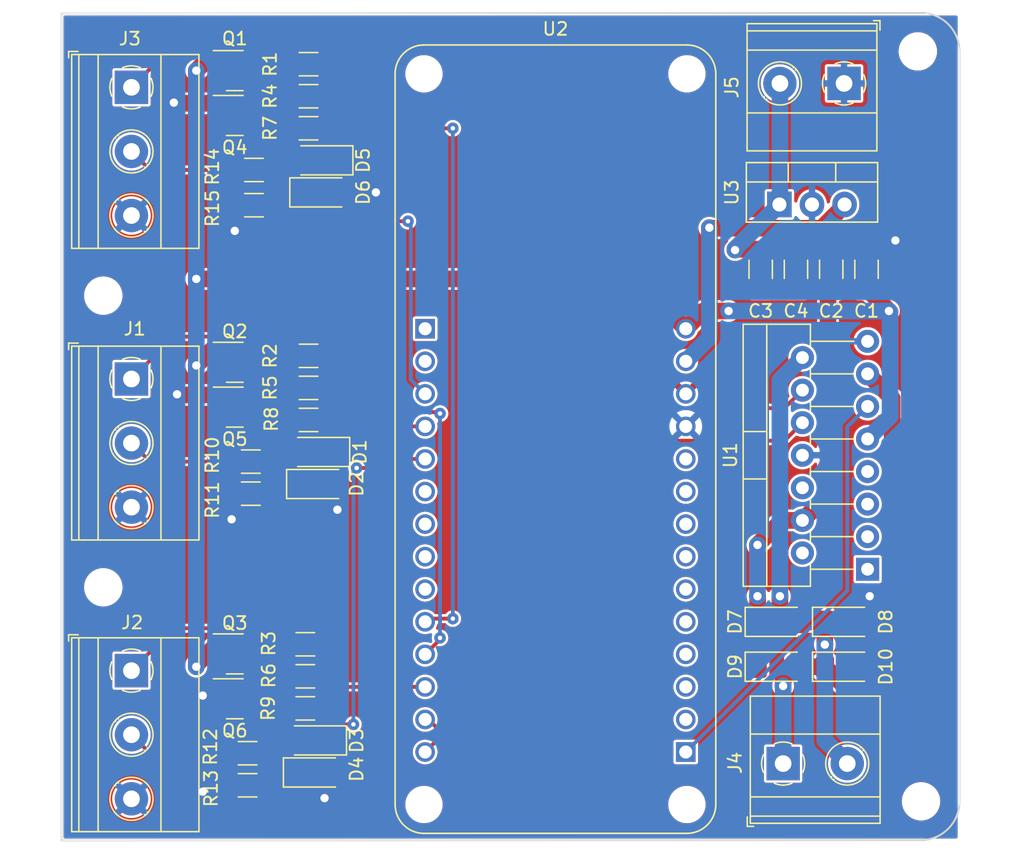
<source format=kicad_pcb>
(kicad_pcb (version 20211014) (generator pcbnew)
  (layers (0 "F.Cu" signal) (31 "B.Cu" signal) (34 "B.Paste" user) (35 "F.Paste" user) (36 "B.SilkS" user "B.Silkscreen") (37 "F.SilkS" user "F.Silkscreen") (38 "B.Mask" user) (39 "F.Mask" user) (44 "Edge.Cuts" user))
  (net 0 "")
  (net 1 "+5V")
  (net 2 "Earth")
  (net 3 "Net-(C4-Pad1)")
  (net 4 "+3V3")
  (net 5 "Net-(D1-Pad2)")
  (net 6 "Net-(D3-Pad2)")
  (net 7 "Net-(D5-Pad2)")
  (net 8 "Net-(D7-Pad2)")
  (net 9 "Net-(D10-Pad1)")
  (net 10 "Net-(J1-Pad1)")
  (net 11 "Net-(J1-Pad2)")
  (net 12 "Net-(J2-Pad1)")
  (net 13 "Net-(J2-Pad2)")
  (net 14 "Net-(J3-Pad1)")
  (net 15 "Net-(J3-Pad2)")
  (net 16 "Net-(Q1-Pad2)")
  (net 17 "Net-(Q2-Pad2)")
  (net 18 "Net-(Q3-Pad2)")
  (net 19 "Net-(Q4-Pad2)")
  (net 20 "Net-(Q4-Pad3)")
  (net 21 "Net-(Q5-Pad2)")
  (net 22 "Net-(Q5-Pad3)")
  (net 23 "Net-(Q6-Pad2)")
  (net 24 "Net-(Q6-Pad3)")
  (net 25 "Net-(R7-Pad2)")
  (net 26 "Net-(R8-Pad2)")
  (net 27 "Net-(R9-Pad2)")
  (net 34 "Net-(U1-Pad10)")
  (net 35 "Net-(U1-Pad11)")
  (net 36 "Net-(U1-Pad12)")
  (net 52 "+12V")
  (net 53 "Net-(C3-Pad1)")
  (footprint "TerminalBlock_Phoenix:TerminalBlock_Phoenix_MKDS-1,5-2_1x02_P5.00mm_Horizontal" (layer "F.Cu") (at 154.5 111.055)
    (fp_text reference "J4" (at -3.75 -0.055 90) (layer "F.SilkS"))
    (fp_text value "Screw_Terminal_01x02")
    (pad "1" thru_hole rect (at 0 0) (size 2.6 2.6) (drill 1.3) (layers *.Cu *.Mask) (net 9 "Net-(D10-Pad1)"))
    (pad "2" thru_hole circle (at 5 0) (size 2.6 2.6) (drill 1.3) (layers *.Cu *.Mask) (net 8 "Net-(D7-Pad2)"))
  )
  (footprint "Capacitor_SMD:C_1206_3216Metric_Pad1.33x1.80mm_HandSolder" (layer "F.Cu") (at 152.75 72.5 -90)
    (fp_text reference "C3" (at 3.25 0) (layer "F.SilkS"))
    (fp_text value "0.33u")
    (pad "1" smd roundrect (at -1.5625 0 270) (size 1.325 1.8) (layers "F.Cu" "F.Paste" "F.Mask") (roundrect_rratio 0.188679) (net 53 "Net-(C3-Pad1)"))
    (pad "2" smd roundrect (at 1.5625 0 270) (size 1.325 1.8) (layers "F.Cu" "F.Paste" "F.Mask") (roundrect_rratio 0.188679) (net 2 "Earth"))
  )
  (footprint "MountingHole:MountingHole_2.5mm" (layer "F.Cu") (at 101.5 74.555)
    (fp_text reference "REF**123" hide)
    (fp_text value "MountingHole_2.5mm")
    (pad "" np_thru_hole circle (at 0 0) (size 2.5 2.5) (drill 2.5) (layers *.Cu *.Mask))
  )
  (footprint "Resistor_SMD:R_1206_3216Metric_Pad1.30x1.75mm_HandSolder" (layer "F.Cu") (at 117.5 84.25)
    (fp_text reference "R8" (at -2.9 -0.055 90) (layer "F.SilkS"))
    (fp_text value "27k")
    (pad "1" smd roundrect (at -1.55 0) (size 1.3 1.75) (layers "F.Cu" "F.Paste" "F.Mask") (roundrect_rratio 0.192308) (net 21 "Net-(Q5-Pad2)"))
    (pad "2" smd roundrect (at 1.55 0) (size 1.3 1.75) (layers "F.Cu" "F.Paste" "F.Mask") (roundrect_rratio 0.192308) (net 26 "Net-(R8-Pad2)"))
  )
  (footprint "Diode_SMD:D_1206_3216Metric_Pad1.42x1.75mm_HandSolder" (layer "F.Cu") (at 118 109.25 180)
    (fp_text reference "D3" (at -3.25 0 90) (layer "F.SilkS"))
    (fp_text value "1N5711UR")
    (pad "1" smd roundrect (at -1.4875 0 180) (size 1.425 1.75) (layers "F.Cu" "F.Paste" "F.Mask") (roundrect_rratio 0.175439) (net 4 "+3V3"))
    (pad "2" smd roundrect (at 1.4875 0 180) (size 1.425 1.75) (layers "F.Cu" "F.Paste" "F.Mask") (roundrect_rratio 0.175439) (net 6 "Net-(D3-Pad2)"))
  )
  (footprint "Resistor_SMD:R_1206_3216Metric_Pad1.30x1.75mm_HandSolder" (layer "F.Cu") (at 117.5 81.75 180)
    (fp_text reference "R5" (at 3 0 270) (layer "F.SilkS"))
    (fp_text value "10k")
    (pad "1" smd roundrect (at -1.55 0 180) (size 1.3 1.75) (layers "F.Cu" "F.Paste" "F.Mask") (roundrect_rratio 0.192308) (net 4 "+3V3"))
    (pad "2" smd roundrect (at 1.55 0 180) (size 1.3 1.75) (layers "F.Cu" "F.Paste" "F.Mask") (roundrect_rratio 0.192308) (net 22 "Net-(Q5-Pad3)"))
  )
  (footprint "Resistor_SMD:R_1206_3216Metric_Pad1.30x1.75mm_HandSolder" (layer "F.Cu") (at 117.5 56.5 180)
    (fp_text reference "R1" (at 3 0 270) (layer "F.SilkS"))
    (fp_text value "4.7k")
    (pad "1" smd roundrect (at -1.55 0 180) (size 1.3 1.75) (layers "F.Cu" "F.Paste" "F.Mask") (roundrect_rratio 0.192308) (net 20 "Net-(Q4-Pad3)"))
    (pad "2" smd roundrect (at 1.55 0 180) (size 1.3 1.75) (layers "F.Cu" "F.Paste" "F.Mask") (roundrect_rratio 0.192308) (net 16 "Net-(Q1-Pad2)"))
  )
  (footprint "TerminalBlock_Phoenix:TerminalBlock_Phoenix_MKDS-1,5-3_1x03_P5.00mm_Horizontal" (layer "F.Cu") (at 103.695 58.305 -90)
    (fp_text reference "J3" (at -3.79 0.125 180) (layer "F.SilkS"))
    (fp_text value "Screw_Terminal_01x03")
    (pad "1" thru_hole rect (at 0 0 270) (size 2.6 2.6) (drill 1.3) (layers *.Cu *.Mask) (net 14 "Net-(J3-Pad1)"))
    (pad "2" thru_hole circle (at 5 0 270) (size 2.6 2.6) (drill 1.3) (layers *.Cu *.Mask) (net 15 "Net-(J3-Pad2)"))
    (pad "3" thru_hole circle (at 10 0 270) (size 2.6 2.6) (drill 1.3) (layers *.Cu *.Mask) (net 2 "Earth"))
  )
  (footprint "MountingHole:MountingHole_2.5mm" (layer "F.Cu") (at 165.25 114)
    (fp_text reference "REF456456" hide)
    (fp_text value "MountingHole_2.5mm")
    (pad "" np_thru_hole circle (at 0 0) (size 2.5 2.5) (drill 2.5) (layers *.Cu *.Mask))
  )
  (footprint "Diode_SMD:D_1206_3216Metric_Pad1.42x1.75mm_HandSolder" (layer "F.Cu") (at 154 100)
    (fp_text reference "D7" (at -3.25 0 90) (layer "F.SilkS"))
    (fp_text value "1N4007")
    (pad "1" smd roundrect (at -1.4875 0) (size 1.425 1.75) (layers "F.Cu" "F.Paste" "F.Mask") (roundrect_rratio 0.175439) (net 52 "+12V"))
    (pad "2" smd roundrect (at 1.4875 0) (size 1.425 1.75) (layers "F.Cu" "F.Paste" "F.Mask") (roundrect_rratio 0.175439) (net 8 "Net-(D7-Pad2)"))
  )
  (footprint "Package_TO_SOT_SMD:SOT-23" (layer "F.Cu") (at 111.75 83.25)
    (fp_text reference "Q5" (at 0 2.5) (layer "F.SilkS"))
    (fp_text value "2N3904")
    (pad "1" smd roundrect (at -0.9375 -0.95) (size 1.475 0.6) (layers "F.Cu" "F.Paste" "F.Mask") (net 2 "Earth"))
    (pad "2" smd roundrect (at -0.9375 0.95) (size 1.475 0.6) (layers "F.Cu" "F.Paste" "F.Mask") (net 21 "Net-(Q5-Pad2)"))
    (pad "3" smd roundrect (at 0.9375 0) (size 1.475 0.6) (layers "F.Cu" "F.Paste" "F.Mask") (net 22 "Net-(Q5-Pad3)"))
  )
  (footprint "ARDUINO_MKR_ZERO:MODULE_ARDUINO_MKR_ZERO" (layer "F.Cu") (at 136.75 85.75 -90)
    (fp_text reference "U2" (at -32 0) (layer "F.SilkS"))
    (fp_text value "ARDUINO_MKR_ZERO")
    (pad "" np_thru_hole circle locked (at -28.5 10.25 270) (size 2.42 2.42) (drill 2.42) (layers *.Cu *.Mask))
    (pad "" np_thru_hole circle locked (at 28.5 10.25 270) (size 2.42 2.42) (drill 2.42) (layers *.Cu *.Mask))
    (pad "" np_thru_hole circle locked (at 28.5 -10.25 270) (size 2.42 2.42) (drill 2.42) (layers *.Cu *.Mask))
    (pad "" np_thru_hole circle locked (at -28.5 -10.25 270) (size 2.42 2.42) (drill 2.42) (layers *.Cu *.Mask))
    (pad "J4_1" thru_hole rect locked (at -8.6152 10.16 270) (size 1.53 1.53) (drill 1.02) (layers *.Cu *.Mask))
    (pad "J4_2" thru_hole circle locked (at -6.0752 10.16 270) (size 1.53 1.53) (drill 1.02) (layers *.Cu *.Mask))
    (pad "J4_3" thru_hole circle locked (at -3.5352 10.16 270) (size 1.53 1.53) (drill 1.02) (layers *.Cu *.Mask) (net 7 "Net-(D5-Pad2)"))
    (pad "J4_4" thru_hole circle locked (at -0.9952 10.16 270) (size 1.53 1.53) (drill 1.02) (layers *.Cu *.Mask) (net 5 "Net-(D1-Pad2)"))
    (pad "J4_5" thru_hole circle locked (at 1.5448 10.16 270) (size 1.53 1.53) (drill 1.02) (layers *.Cu *.Mask) (net 6 "Net-(D3-Pad2)"))
    (pad "J4_6" thru_hole circle locked (at 4.0848 10.16 270) (size 1.53 1.53) (drill 1.02) (layers *.Cu *.Mask))
    (pad "J4_7" thru_hole circle locked (at 6.6248 10.16 270) (size 1.53 1.53) (drill 1.02) (layers *.Cu *.Mask))
    (pad "J4_8" thru_hole circle locked (at 9.1648 10.16 270) (size 1.53 1.53) (drill 1.02) (layers *.Cu *.Mask))
    (pad "J4_9" thru_hole circle locked (at 11.7048 10.16 270) (size 1.53 1.53) (drill 1.02) (layers *.Cu *.Mask))
    (pad "J4_10" thru_hole circle locked (at 14.2448 10.16 270) (size 1.53 1.53) (drill 1.02) (layers *.Cu *.Mask) (net 25 "Net-(R7-Pad2)"))
    (pad "J4_11" thru_hole circle locked (at 16.7848 10.16 270) (size 1.53 1.53) (drill 1.02) (layers *.Cu *.Mask) (net 26 "Net-(R8-Pad2)"))
    (pad "J4_12" thru_hole circle locked (at 19.3248 10.16 270) (size 1.53 1.53) (drill 1.02) (layers *.Cu *.Mask) (net 27 "Net-(R9-Pad2)"))
    (pad "J4_13" thru_hole circle locked (at 21.8648 10.16 270) (size 1.53 1.53) (drill 1.02) (layers *.Cu *.Mask) (net 36 "Net-(U1-Pad12)"))
    (pad "J4_14" thru_hole circle locked (at 24.4048 10.16 270) (size 1.53 1.53) (drill 1.02) (layers *.Cu *.Mask) (net 34 "Net-(U1-Pad10)"))
    (pad "J5_1" thru_hole rect locked (at 24.4048 -10.16 270) (size 1.53 1.53) (drill 1.02) (layers *.Cu *.Mask) (net 35 "Net-(U1-Pad11)"))
    (pad "J5_2" thru_hole circle locked (at 21.8648 -10.16 270) (size 1.53 1.53) (drill 1.02) (layers *.Cu *.Mask))
    (pad "J5_3" thru_hole circle locked (at 19.3248 -10.16 270) (size 1.53 1.53) (drill 1.02) (layers *.Cu *.Mask))
    (pad "J5_4" thru_hole circle locked (at 16.7848 -10.16 270) (size 1.53 1.53) (drill 1.02) (layers *.Cu *.Mask))
    (pad "J5_5" thru_hole circle locked (at 14.2448 -10.16 270) (size 1.53 1.53) (drill 1.02) (layers *.Cu *.Mask))
    (pad "J5_6" thru_hole circle locked (at 11.7048 -10.16 270) (size 1.53 1.53) (drill 1.02) (layers *.Cu *.Mask))
    (pad "J5_7" thru_hole circle locked (at 9.1648 -10.16 270) (size 1.53 1.53) (drill 1.02) (layers *.Cu *.Mask))
    (pad "J5_8" thru_hole circle locked (at 6.6248 -10.16 270) (size 1.53 1.53) (drill 1.02) (layers *.Cu *.Mask))
    (pad "J5_9" thru_hole circle locked (at 4.0848 -10.16 270) (size 1.53 1.53) (drill 1.02) (layers *.Cu *.Mask))
    (pad "J5_10" thru_hole circle locked (at 1.5448 -10.16 270) (size 1.53 1.53) (drill 1.02) (layers *.Cu *.Mask))
    (pad "J5_11" thru_hole circle locked (at -0.9952 -10.16 270) (size 1.53 1.53) (drill 1.02) (layers *.Cu *.Mask) (net 2 "Earth"))
    (pad "J5_12" thru_hole circle locked (at -3.5352 -10.16 270) (size 1.53 1.53) (drill 1.02) (layers *.Cu *.Mask) (net 4 "+3V3"))
    (pad "J5_13" thru_hole circle locked (at -6.0752 -10.16 270) (size 1.53 1.53) (drill 1.02) (layers *.Cu *.Mask) (net 3 "Net-(C4-Pad1)"))
    (pad "J5_14" thru_hole circle locked (at -8.6152 -10.16 270) (size 1.53 1.53) (drill 1.02) (layers *.Cu *.Mask) (net 1 "+5V"))
  )
  (footprint "Capacitor_SMD:C_1206_3216Metric_Pad1.33x1.80mm_HandSolder" (layer "F.Cu") (at 155.5 72.5 -90)
    (fp_text reference "C4" (at 3.25 0) (layer "F.SilkS"))
    (fp_text value "0.1u")
    (pad "1" smd roundrect (at -1.5625 0 270) (size 1.325 1.8) (layers "F.Cu" "F.Paste" "F.Mask") (roundrect_rratio 0.188679) (net 3 "Net-(C4-Pad1)"))
    (pad "2" smd roundrect (at 1.5625 0 270) (size 1.325 1.8) (layers "F.Cu" "F.Paste" "F.Mask") (roundrect_rratio 0.188679) (net 2 "Earth"))
  )
  (footprint "Diode_SMD:D_1206_3216Metric_Pad1.42x1.75mm_HandSolder" (layer "F.Cu") (at 118.5 66.5)
    (fp_text reference "D6" (at 3.25 0 90) (layer "F.SilkS"))
    (fp_text value "1N5711UR")
    (pad "1" smd roundrect (at -1.4875 0) (size 1.425 1.75) (layers "F.Cu" "F.Paste" "F.Mask") (roundrect_rratio 0.175439) (net 7 "Net-(D5-Pad2)"))
    (pad "2" smd roundrect (at 1.4875 0) (size 1.425 1.75) (layers "F.Cu" "F.Paste" "F.Mask") (roundrect_rratio 0.175439) (net 2 "Earth"))
  )
  (footprint "Package_TO_SOT_SMD:SOT-23" (layer "F.Cu") (at 111.75 102.5)
    (fp_text reference "Q3" (at 0 -2.4) (layer "F.SilkS"))
    (fp_text value "2N3906")
    (pad "1" smd roundrect (at -0.9375 -0.95) (size 1.475 0.6) (layers "F.Cu" "F.Paste" "F.Mask") (net 1 "+5V"))
    (pad "2" smd roundrect (at -0.9375 0.95) (size 1.475 0.6) (layers "F.Cu" "F.Paste" "F.Mask") (net 18 "Net-(Q3-Pad2)"))
    (pad "3" smd roundrect (at 0.9375 0) (size 1.475 0.6) (layers "F.Cu" "F.Paste" "F.Mask") (net 12 "Net-(J2-Pad1)"))
  )
  (footprint "Diode_SMD:D_1206_3216Metric_Pad1.42x1.75mm_HandSolder" (layer "F.Cu") (at 159.25 100)
    (fp_text reference "D8" (at 3.25 0 90) (layer "F.SilkS"))
    (fp_text value "1N4007")
    (pad "1" smd roundrect (at -1.4875 0) (size 1.425 1.75) (layers "F.Cu" "F.Paste" "F.Mask") (roundrect_rratio 0.175439) (net 8 "Net-(D7-Pad2)"))
    (pad "2" smd roundrect (at 1.4875 0) (size 1.425 1.75) (layers "F.Cu" "F.Paste" "F.Mask") (roundrect_rratio 0.175439) (net 2 "Earth"))
  )
  (footprint "Package_TO_SOT_SMD:SOT-23" (layer "F.Cu") (at 111.75 60.5)
    (fp_text reference "Q4" (at 0 2.5) (layer "F.SilkS"))
    (fp_text value "2N3904")
    (pad "1" smd roundrect (at -0.9375 -0.95) (size 1.475 0.6) (layers "F.Cu" "F.Paste" "F.Mask") (net 2 "Earth"))
    (pad "2" smd roundrect (at -0.9375 0.95) (size 1.475 0.6) (layers "F.Cu" "F.Paste" "F.Mask") (net 19 "Net-(Q4-Pad2)"))
    (pad "3" smd roundrect (at 0.9375 0) (size 1.475 0.6) (layers "F.Cu" "F.Paste" "F.Mask") (net 20 "Net-(Q4-Pad3)"))
  )
  (footprint "Resistor_SMD:R_1206_3216Metric_Pad1.30x1.75mm_HandSolder" (layer "F.Cu") (at 112.75 110.25)
    (fp_text reference "R12" (at -2.9 -0.5 90) (layer "F.SilkS"))
    (fp_text value "1.7k")
    (pad "1" smd roundrect (at -1.55 0) (size 1.3 1.75) (layers "F.Cu" "F.Paste" "F.Mask") (roundrect_rratio 0.192308) (net 13 "Net-(J2-Pad2)"))
    (pad "2" smd roundrect (at 1.55 0) (size 1.3 1.75) (layers "F.Cu" "F.Paste" "F.Mask") (roundrect_rratio 0.192308) (net 6 "Net-(D3-Pad2)"))
  )
  (footprint "Diode_SMD:D_1206_3216Metric_Pad1.42x1.75mm_HandSolder" (layer "F.Cu") (at 159.25 103.5)
    (fp_text reference "D10" (at 3.25 0 90) (layer "F.SilkS"))
    (fp_text value "1N4007")
    (pad "1" smd roundrect (at -1.4875 0) (size 1.425 1.75) (layers "F.Cu" "F.Paste" "F.Mask") (roundrect_rratio 0.175439) (net 9 "Net-(D10-Pad1)"))
    (pad "2" smd roundrect (at 1.4875 0) (size 1.425 1.75) (layers "F.Cu" "F.Paste" "F.Mask") (roundrect_rratio 0.175439) (net 2 "Earth"))
  )
  (footprint "Resistor_SMD:R_1206_3216Metric_Pad1.30x1.75mm_HandSolder" (layer "F.Cu") (at 113 90 180)
    (fp_text reference "R11" (at 3 -0.5 270) (layer "F.SilkS"))
    (fp_text value "3.3k")
    (pad "1" smd roundrect (at -1.55 0 180) (size 1.3 1.75) (layers "F.Cu" "F.Paste" "F.Mask") (roundrect_rratio 0.192308) (net 5 "Net-(D1-Pad2)"))
    (pad "2" smd roundrect (at 1.55 0 180) (size 1.3 1.75) (layers "F.Cu" "F.Paste" "F.Mask") (roundrect_rratio 0.192308) (net 2 "Earth"))
  )
  (footprint "Diode_SMD:D_1206_3216Metric_Pad1.42x1.75mm_HandSolder" (layer "F.Cu") (at 118.25 89.25)
    (fp_text reference "D2" (at 3 0 90) (layer "F.SilkS"))
    (fp_text value "1N5711UR")
    (pad "1" smd roundrect (at -1.4875 0) (size 1.425 1.75) (layers "F.Cu" "F.Paste" "F.Mask") (roundrect_rratio 0.175439) (net 5 "Net-(D1-Pad2)"))
    (pad "2" smd roundrect (at 1.4875 0) (size 1.425 1.75) (layers "F.Cu" "F.Paste" "F.Mask") (roundrect_rratio 0.175439) (net 2 "Earth"))
  )
  (footprint "Resistor_SMD:R_1206_3216Metric_Pad1.30x1.75mm_HandSolder" (layer "F.Cu") (at 117.5 61.5)
    (fp_text reference "R7" (at -3 0 90) (layer "F.SilkS"))
    (fp_text value "27k")
    (pad "1" smd roundrect (at -1.55 0) (size 1.3 1.75) (layers "F.Cu" "F.Paste" "F.Mask") (roundrect_rratio 0.192308) (net 19 "Net-(Q4-Pad2)"))
    (pad "2" smd roundrect (at 1.55 0) (size 1.3 1.75) (layers "F.Cu" "F.Paste" "F.Mask") (roundrect_rratio 0.192308) (net 25 "Net-(R7-Pad2)"))
  )
  (footprint "Capacitor_SMD:C_1206_3216Metric_Pad1.33x1.80mm_HandSolder" (layer "F.Cu") (at 158.25 72.5 90)
    (fp_text reference "C2" (at -3.25 0) (layer "F.SilkS"))
    (fp_text value "0.1u")
    (pad "1" smd roundrect (at -1.5625 0 90) (size 1.325 1.8) (layers "F.Cu" "F.Paste" "F.Mask") (roundrect_rratio 0.188679) (net 52 "+12V"))
    (pad "2" smd roundrect (at 1.5625 0 90) (size 1.325 1.8) (layers "F.Cu" "F.Paste" "F.Mask") (roundrect_rratio 0.188679) (net 2 "Earth"))
  )
  (footprint "Resistor_SMD:R_1206_3216Metric_Pad1.30x1.75mm_HandSolder" (layer "F.Cu") (at 113.25 64.75)
    (fp_text reference "R14" (at -3.25 -0.25 90) (layer "F.SilkS"))
    (fp_text value "1.7k")
    (pad "1" smd roundrect (at -1.55 0) (size 1.3 1.75) (layers "F.Cu" "F.Paste" "F.Mask") (roundrect_rratio 0.192308) (net 15 "Net-(J3-Pad2)"))
    (pad "2" smd roundrect (at 1.55 0) (size 1.3 1.75) (layers "F.Cu" "F.Paste" "F.Mask") (roundrect_rratio 0.192308) (net 7 "Net-(D5-Pad2)"))
  )
  (footprint "Resistor_SMD:R_1206_3216Metric_Pad1.30x1.75mm_HandSolder" (layer "F.Cu") (at 112.75 112.75 180)
    (fp_text reference "R13" (at 2.85 -0.25 270) (layer "F.SilkS"))
    (fp_text value "3.3k")
    (pad "1" smd roundrect (at -1.55 0 180) (size 1.3 1.75) (layers "F.Cu" "F.Paste" "F.Mask") (roundrect_rratio 0.192308) (net 6 "Net-(D3-Pad2)"))
    (pad "2" smd roundrect (at 1.55 0 180) (size 1.3 1.75) (layers "F.Cu" "F.Paste" "F.Mask") (roundrect_rratio 0.192308) (net 2 "Earth"))
  )
  (footprint "TerminalBlock_Phoenix:TerminalBlock_Phoenix_MKDS-1,5-3_1x03_P5.00mm_Horizontal" (layer "F.Cu") (at 103.695 103.805 -90)
    (fp_text reference "J2" (at -3.75 -0.055 180) (layer "F.SilkS"))
    (fp_text value "Screw_Terminal_01x03")
    (pad "1" thru_hole rect (at 0 0 270) (size 2.6 2.6) (drill 1.3) (layers *.Cu *.Mask) (net 12 "Net-(J2-Pad1)"))
    (pad "2" thru_hole circle (at 5 0 270) (size 2.6 2.6) (drill 1.3) (layers *.Cu *.Mask) (net 13 "Net-(J2-Pad2)"))
    (pad "3" thru_hole circle (at 10 0 270) (size 2.6 2.6) (drill 1.3) (layers *.Cu *.Mask) (net 2 "Earth"))
  )
  (footprint "Resistor_SMD:R_1206_3216Metric_Pad1.30x1.75mm_HandSolder" (layer "F.Cu") (at 113.25 67.5 180)
    (fp_text reference "R15" (at 3.25 -0.25 270) (layer "F.SilkS"))
    (fp_text value "3.3k")
    (pad "1" smd roundrect (at -1.55 0 180) (size 1.3 1.75) (layers "F.Cu" "F.Paste" "F.Mask") (roundrect_rratio 0.192308) (net 7 "Net-(D5-Pad2)"))
    (pad "2" smd roundrect (at 1.55 0 180) (size 1.3 1.75) (layers "F.Cu" "F.Paste" "F.Mask") (roundrect_rratio 0.192308) (net 2 "Earth"))
  )
  (footprint "Diode_SMD:D_1206_3216Metric_Pad1.42x1.75mm_HandSolder" (layer "F.Cu") (at 118 111.75)
    (fp_text reference "D4" (at 3.25 -0.25 90) (layer "F.SilkS"))
    (fp_text value "1N5711UR")
    (pad "1" smd roundrect (at -1.4875 0) (size 1.425 1.75) (layers "F.Cu" "F.Paste" "F.Mask") (roundrect_rratio 0.175439) (net 6 "Net-(D3-Pad2)"))
    (pad "2" smd roundrect (at 1.4875 0) (size 1.425 1.75) (layers "F.Cu" "F.Paste" "F.Mask") (roundrect_rratio 0.175439) (net 2 "Earth"))
  )
  (footprint "MountingHole:MountingHole_2.5mm" (layer "F.Cu") (at 101.5 97.305)
    (fp_text reference "REF324234" hide)
    (fp_text value "MountingHole_2.5mm")
    (pad "" np_thru_hole circle (at 0 0) (size 2.5 2.5) (drill 2.5) (layers *.Cu *.Mask))
  )
  (footprint "Diode_SMD:D_1206_3216Metric_Pad1.42x1.75mm_HandSolder" (layer "F.Cu") (at 118.25 86.75 180)
    (fp_text reference "D1" (at -3.25 0 90) (layer "F.SilkS"))
    (fp_text value "1N5711UR")
    (pad "1" smd roundrect (at -1.4875 0 180) (size 1.425 1.75) (layers "F.Cu" "F.Paste" "F.Mask") (roundrect_rratio 0.175439) (net 4 "+3V3"))
    (pad "2" smd roundrect (at 1.4875 0 180) (size 1.425 1.75) (layers "F.Cu" "F.Paste" "F.Mask") (roundrect_rratio 0.175439) (net 5 "Net-(D1-Pad2)"))
  )
  (footprint "Resistor_SMD:R_1206_3216Metric_Pad1.30x1.75mm_HandSolder" (layer "F.Cu") (at 117.25 104.25 180)
    (fp_text reference "R6" (at 2.85 0.055 270) (layer "F.SilkS"))
    (fp_text value "10k")
    (pad "1" smd roundrect (at -1.55 0 180) (size 1.3 1.75) (layers "F.Cu" "F.Paste" "F.Mask") (roundrect_rratio 0.192308) (net 4 "+3V3"))
    (pad "2" smd roundrect (at 1.55 0 180) (size 1.3 1.75) (layers "F.Cu" "F.Paste" "F.Mask") (roundrect_rratio 0.192308) (net 24 "Net-(Q6-Pad3)"))
  )
  (footprint "Resistor_SMD:R_1206_3216Metric_Pad1.30x1.75mm_HandSolder" (layer "F.Cu") (at 117.5 79.25 180)
    (fp_text reference "R2" (at 3 0 270) (layer "F.SilkS"))
    (fp_text value "4.7k")
    (pad "1" smd roundrect (at -1.55 0 180) (size 1.3 1.75) (layers "F.Cu" "F.Paste" "F.Mask") (roundrect_rratio 0.192308) (net 22 "Net-(Q5-Pad3)"))
    (pad "2" smd roundrect (at 1.55 0 180) (size 1.3 1.75) (layers "F.Cu" "F.Paste" "F.Mask") (roundrect_rratio 0.192308) (net 17 "Net-(Q2-Pad2)"))
  )
  (footprint "Resistor_SMD:R_1206_3216Metric_Pad1.30x1.75mm_HandSolder" (layer "F.Cu") (at 113 87.5)
    (fp_text reference "R10" (at -3 -0.5 90) (layer "F.SilkS"))
    (fp_text value "1.7k")
    (pad "1" smd roundrect (at -1.55 0) (size 1.3 1.75) (layers "F.Cu" "F.Paste" "F.Mask") (roundrect_rratio 0.192308) (net 11 "Net-(J1-Pad2)"))
    (pad "2" smd roundrect (at 1.55 0) (size 1.3 1.75) (layers "F.Cu" "F.Paste" "F.Mask") (roundrect_rratio 0.192308) (net 5 "Net-(D1-Pad2)"))
  )
  (footprint "Diode_SMD:D_1206_3216Metric_Pad1.42x1.75mm_HandSolder" (layer "F.Cu") (at 154 103.5)
    (fp_text reference "D9" (at -3.25 0 90) (layer "F.SilkS"))
    (fp_text value "1N4007")
    (pad "1" smd roundrect (at -1.4875 0) (size 1.425 1.75) (layers "F.Cu" "F.Paste" "F.Mask") (roundrect_rratio 0.175439) (net 52 "+12V"))
    (pad "2" smd roundrect (at 1.4875 0) (size 1.425 1.75) (layers "F.Cu" "F.Paste" "F.Mask") (roundrect_rratio 0.175439) (net 9 "Net-(D10-Pad1)"))
  )
  (footprint "MountingHole:MountingHole_2.5mm" (layer "F.Cu") (at 165.25 55.5)
    (fp_text reference "REF2342344" hide)
    (fp_text value "MountingHole_2.5mm")
    (pad "" np_thru_hole circle (at 0 0) (size 2.5 2.5) (drill 2.5) (layers *.Cu *.Mask))
  )
  (footprint "Package_TO_SOT_SMD:SOT-23" (layer "F.Cu") (at 111.75 79.75)
    (fp_text reference "Q2" (at 0 -2.4) (layer "F.SilkS"))
    (fp_text value "2N3906")
    (pad "1" smd roundrect (at -0.9375 -0.95) (size 1.475 0.6) (layers "F.Cu" "F.Paste" "F.Mask") (net 1 "+5V"))
    (pad "2" smd roundrect (at -0.9375 0.95) (size 1.475 0.6) (layers "F.Cu" "F.Paste" "F.Mask") (net 17 "Net-(Q2-Pad2)"))
    (pad "3" smd roundrect (at 0.9375 0) (size 1.475 0.6) (layers "F.Cu" "F.Paste" "F.Mask") (net 10 "Net-(J1-Pad1)"))
  )
  (footprint "Capacitor_SMD:C_1206_3216Metric_Pad1.33x1.80mm_HandSolder" (layer "F.Cu") (at 161 72.5 90)
    (fp_text reference "C1" (at -3.25 0 180) (layer "F.SilkS"))
    (fp_text value "0.1u")
    (pad "1" smd roundrect (at -1.5625 0 90) (size 1.325 1.8) (layers "F.Cu" "F.Paste" "F.Mask") (roundrect_rratio 0.188679) (net 1 "+5V"))
    (pad "2" smd roundrect (at 1.5625 0 90) (size 1.325 1.8) (layers "F.Cu" "F.Paste" "F.Mask") (roundrect_rratio 0.188679) (net 2 "Earth"))
  )
  (footprint "Resistor_SMD:R_1206_3216Metric_Pad1.30x1.75mm_HandSolder" (layer "F.Cu") (at 117.25 106.75)
    (fp_text reference "R9" (at -2.9 0 90) (layer "F.SilkS"))
    (fp_text value "27k")
    (pad "1" smd roundrect (at -1.55 0) (size 1.3 1.75) (layers "F.Cu" "F.Paste" "F.Mask") (roundrect_rratio 0.192308) (net 23 "Net-(Q6-Pad2)"))
    (pad "2" smd roundrect (at 1.55 0) (size 1.3 1.75) (layers "F.Cu" "F.Paste" "F.Mask") (roundrect_rratio 0.192308) (net 27 "Net-(R9-Pad2)"))
  )
  (footprint "TerminalBlock_Phoenix:TerminalBlock_Phoenix_MKDS-1,5-3_1x03_P5.00mm_Horizontal" (layer "F.Cu") (at 103.695 81.055 -90)
    (fp_text reference "J1" (at -3.91 -0.25 180) (layer "F.SilkS"))
    (fp_text value "Screw_Terminal_01x03")
    (pad "1" thru_hole rect (at 0 0 270) (size 2.6 2.6) (drill 1.3) (layers *.Cu *.Mask) (net 10 "Net-(J1-Pad1)"))
    (pad "2" thru_hole circle (at 5 0 270) (size 2.6 2.6) (drill 1.3) (layers *.Cu *.Mask) (net 11 "Net-(J1-Pad2)"))
    (pad "3" thru_hole circle (at 10 0 270) (size 2.6 2.6) (drill 1.3) (layers *.Cu *.Mask) (net 2 "Earth"))
  )
  (footprint "Resistor_SMD:R_1206_3216Metric_Pad1.30x1.75mm_HandSolder" (layer "F.Cu") (at 117.25 101.75 180)
    (fp_text reference "R3" (at 2.85 0.055 270) (layer "F.SilkS"))
    (fp_text value "4.7k")
    (pad "1" smd roundrect (at -1.55 0 180) (size 1.3 1.75) (layers "F.Cu" "F.Paste" "F.Mask") (roundrect_rratio 0.192308) (net 24 "Net-(Q6-Pad3)"))
    (pad "2" smd roundrect (at 1.55 0 180) (size 1.3 1.75) (layers "F.Cu" "F.Paste" "F.Mask") (roundrect_rratio 0.192308) (net 18 "Net-(Q3-Pad2)"))
  )
  (footprint "Package_TO_SOT_SMD:SOT-23" (layer "F.Cu") (at 111.75 57)
    (fp_text reference "Q1" (at 0 -2.5) (layer "F.SilkS"))
    (fp_text value "2N3906")
    (pad "1" smd roundrect (at -0.9375 -0.95) (size 1.475 0.6) (layers "F.Cu" "F.Paste" "F.Mask") (net 1 "+5V"))
    (pad "2" smd roundrect (at -0.9375 0.95) (size 1.475 0.6) (layers "F.Cu" "F.Paste" "F.Mask") (net 16 "Net-(Q1-Pad2)"))
    (pad "3" smd roundrect (at 0.9375 0) (size 1.475 0.6) (layers "F.Cu" "F.Paste" "F.Mask") (net 14 "Net-(J3-Pad1)"))
  )
  (footprint "Package_TO_SOT_SMD:SOT-23" (layer "F.Cu") (at 111.75 106)
    (fp_text reference "Q6" (at 0 2.5) (layer "F.SilkS"))
    (fp_text value "2N3904")
    (pad "1" smd roundrect (at -0.9375 -0.95) (size 1.475 0.6) (layers "F.Cu" "F.Paste" "F.Mask") (net 2 "Earth"))
    (pad "2" smd roundrect (at -0.9375 0.95) (size 1.475 0.6) (layers "F.Cu" "F.Paste" "F.Mask") (net 23 "Net-(Q6-Pad2)"))
    (pad "3" smd roundrect (at 0.9375 0) (size 1.475 0.6) (layers "F.Cu" "F.Paste" "F.Mask") (net 24 "Net-(Q6-Pad3)"))
  )
  (footprint "TerminalBlock_Phoenix:TerminalBlock_Phoenix_MKDS-1,5-2_1x02_P5.00mm_Horizontal" (layer "F.Cu") (at 159.25 58 180)
    (fp_text reference "J5" (at 8.75 -0.305 90) (layer "F.SilkS"))
    (fp_text value "Screw_Terminal_01x02")
    (pad "1" thru_hole rect (at 0 0 180) (size 2.6 2.6) (drill 1.3) (layers *.Cu *.Mask) (net 2 "Earth"))
    (pad "2" thru_hole circle (at 5 0 180) (size 2.6 2.6) (drill 1.3) (layers *.Cu *.Mask) (net 53 "Net-(C3-Pad1)"))
  )
  (footprint "Package_TO_SOT_THT:TO-220-15_P2.54x2.54mm_StaggerOdd_Lead4.58mm_Vertical" (layer "F.Cu") (at 161.085 95.895 90)
    (fp_text reference "U1" (at 8.89 -10.7 90) (layer "F.SilkS"))
    (fp_text value "L298HN")
    (pad "1" thru_hole rect (at 0 0 90) (size 1.8 1.8) (drill 1) (layers *.Cu *.Mask))
    (pad "2" thru_hole oval (at 1.27 -5.08 90) (size 1.8 1.8) (drill 1) (layers *.Cu *.Mask))
    (pad "3" thru_hole oval (at 2.54 0 90) (size 1.8 1.8) (drill 1) (layers *.Cu *.Mask))
    (pad "4" thru_hole oval (at 3.81 -5.08 90) (size 1.8 1.8) (drill 1) (layers *.Cu *.Mask) (net 52 "+12V"))
    (pad "5" thru_hole oval (at 5.08 0 90) (size 1.8 1.8) (drill 1) (layers *.Cu *.Mask))
    (pad "6" thru_hole oval (at 6.35 -5.08 90) (size 1.8 1.8) (drill 1) (layers *.Cu *.Mask))
    (pad "7" thru_hole oval (at 7.62 0 90) (size 1.8 1.8) (drill 1) (layers *.Cu *.Mask))
    (pad "8" thru_hole oval (at 8.89 -5.08 90) (size 1.8 1.8) (drill 1) (layers *.Cu *.Mask) (net 2 "Earth"))
    (pad "9" thru_hole oval (at 10.16 0 90) (size 1.8 1.8) (drill 1) (layers *.Cu *.Mask) (net 1 "+5V"))
    (pad "10" thru_hole oval (at 11.43 -5.08 90) (size 1.8 1.8) (drill 1) (layers *.Cu *.Mask) (net 34 "Net-(U1-Pad10)"))
    (pad "11" thru_hole oval (at 12.7 0 90) (size 1.8 1.8) (drill 1) (layers *.Cu *.Mask) (net 35 "Net-(U1-Pad11)"))
    (pad "12" thru_hole oval (at 13.97 -5.08 90) (size 1.8 1.8) (drill 1) (layers *.Cu *.Mask) (net 36 "Net-(U1-Pad12)"))
    (pad "13" thru_hole oval (at 15.24 0 90) (size 1.8 1.8) (drill 1) (layers *.Cu *.Mask) (net 9 "Net-(D10-Pad1)"))
    (pad "14" thru_hole oval (at 16.51 -5.08 90) (size 1.8 1.8) (drill 1) (layers *.Cu *.Mask) (net 8 "Net-(D7-Pad2)"))
    (pad "15" thru_hole oval (at 17.78 0 90) (size 1.8 1.8) (drill 1) (layers *.Cu *.Mask) (net 2 "Earth"))
  )
  (footprint "Diode_SMD:D_1206_3216Metric_Pad1.42x1.75mm_HandSolder" (layer "F.Cu") (at 118.5 64 180)
    (fp_text reference "D5" (at -3.25 0 270) (layer "F.SilkS"))
    (fp_text value "1N5711UR")
    (pad "1" smd roundrect (at -1.4875 0 180) (size 1.425 1.75) (layers "F.Cu" "F.Paste" "F.Mask") (roundrect_rratio 0.175439) (net 4 "+3V3"))
    (pad "2" smd roundrect (at 1.4875 0 180) (size 1.425 1.75) (layers "F.Cu" "F.Paste" "F.Mask") (roundrect_rratio 0.175439) (net 7 "Net-(D5-Pad2)"))
  )
  (footprint "Package_TO_SOT_THT:TO-220-3_Vertical" (layer "F.Cu") (at 154.21 67.445)
    (fp_text reference "U3" (at -3.71 -0.945 90) (layer "F.SilkS"))
    (fp_text value "L7805")
    (pad "1" thru_hole rect (at 0 0) (size 1.905 2) (drill 1.1) (layers *.Cu *.Mask) (net 53 "Net-(C3-Pad1)"))
    (pad "2" thru_hole oval (at 2.54 0) (size 1.905 2) (drill 1.1) (layers *.Cu *.Mask) (net 2 "Earth"))
    (pad "3" thru_hole oval (at 5.08 0) (size 1.905 2) (drill 1.1) (layers *.Cu *.Mask) (net 3 "Net-(C4-Pad1)"))
  )
  (footprint "Resistor_SMD:R_1206_3216Metric_Pad1.30x1.75mm_HandSolder" (layer "F.Cu") (at 117.5 59)
    (fp_text reference "R4" (at -3 0 90) (layer "F.SilkS"))
    (fp_text value "10k")
    (pad "1" smd roundrect (at -1.55 0) (size 1.3 1.75) (layers "F.Cu" "F.Paste" "F.Mask") (roundrect_rratio 0.192308) (net 20 "Net-(Q4-Pad3)"))
    (pad "2" smd roundrect (at 1.55 0) (size 1.3 1.75) (layers "F.Cu" "F.Paste" "F.Mask") (roundrect_rratio 0.192308) (net 4 "+3V3"))
  )
  (gr_line (start 165.25 52.5) (end 98.25 52.55) (layer "Edge.Cuts") (width 0.15))
  (gr_arc (start 168.25 114.02868) (mid 167.35755 116.151284) (end 165.22868 117.02868) (layer "Edge.Cuts") (width 0.15))
  (gr_line (start 98.25 117.05) (end 165.22868 117.02868) (layer "Edge.Cuts") (width 0.15))
  (gr_arc (start 165.25 52.5) (mid 167.37132 53.37868) (end 168.25 55.5) (layer "Edge.Cuts") (width 0.15))
  (gr_line (start 168.25 114.02868) (end 168.25 55.5) (layer "Edge.Cuts") (width 0.15))
  (gr_line (start 98.25 52.55) (end 98.25 117.05) (layer "Edge.Cuts") (width 0.15))
  (segment (start 150.24952 75.75) (end 148.2948 75.75) (width 1.3) (layer "F.Cu") (net 1))
  (segment (start 110.8125 78.8) (end 109.95 78.8) (width 1.3) (layer "F.Cu") (net 1))
  (segment (start 110.561466 101.55) (end 108.75 103.361466) (width 1.3) (layer "F.Cu") (net 1))
  (segment (start 109.95 78.8) (end 108.75 80) (width 1.3) (layer "F.Cu") (net 1))
  (segment (start 108.75 103.361466) (end 108.75 103.5) (width 1.3) (layer "F.Cu") (net 1))
  (segment (start 161.0625 74.0625) (end 162.75 75.75) (width 1.3) (layer "F.Cu") (net 1))
  (segment (start 108.75 73.25) (end 143.0252 73.25) (width 1.3) (layer "F.Cu") (net 1))
  (segment (start 143.0252 73.25) (end 146.91 77.1348) (width 1.3) (layer "F.Cu") (net 1))
  (segment (start 110.8125 101.55) (end 110.561466 101.55) (width 1.3) (layer "F.Cu") (net 1))
  (segment (start 110.8125 56.05) (end 109.7 56.05) (width 1.3) (layer "F.Cu") (net 1))
  (segment (start 161 74.0625) (end 161.0625 74.0625) (width 1.3) (layer "F.Cu") (net 1))
  (segment (start 109.7 56.05) (end 108.75 57) (width 1.3) (layer "F.Cu") (net 1))
  (segment (start 148.2948 75.75) (end 146.91 77.1348) (width 1.3) (layer "F.Cu") (net 1))
  (via (at 108.75 103.5) (size 1.3) (drill 0.65) (layers "F.Cu" "B.Cu") (net 1))
  (via (at 162.75 75.75) (size 1.3) (drill 0.65) (layers "F.Cu" "B.Cu") (net 1))
  (via (at 108.75 57) (size 1.3) (drill 0.65) (layers "F.Cu" "B.Cu") (net 1))
  (via (at 108.75 80) (size 1.3) (drill 0.65) (layers "F.Cu" "B.Cu") (net 1))
  (via (at 108.75 73.25) (size 1.3) (drill 0.65) (layers "F.Cu" "B.Cu") (net 1))
  (via (at 150.24952 75.75) (size 1.3) (drill 0.65) (layers "F.Cu" "B.Cu") (net 1))
  (segment (start 162.75 75.75) (end 150.24952 75.75) (width 1.3) (layer "B.Cu") (net 1))
  (segment (start 162.75 75.75) (end 162.834511 75.834511) (width 1.3) (layer "B.Cu") (net 1))
  (segment (start 108.75 57) (end 108.75 80) (width 1.3) (layer "B.Cu") (net 1))
  (segment (start 162.834511 83.985489) (end 161.085 85.735) (width 1.3) (layer "B.Cu") (net 1))
  (segment (start 162.834511 75.834511) (end 162.834511 83.985489) (width 1.3) (layer "B.Cu") (net 1))
  (segment (start 108.75 80) (end 108.75 103.5) (width 1.3) (layer "B.Cu") (net 1))
  (segment (start 155.5 73.6875) (end 158.25 70.9375) (width 1.3) (layer "F.Cu") (net 2))
  (segment (start 110.8125 105.05) (end 109.95 105.05) (width 1.3) (layer "F.Cu") (net 2))
  (segment (start 119.9875 66.5) (end 122.75 66.5) (width 1.3) (layer "F.Cu") (net 2))
  (segment (start 109.75 112.75) (end 109.25 113.25) (width 1.3) (layer "F.Cu") (net 2))
  (segment (start 110.8125 82.3) (end 107.3 82.3) (width 1.3) (layer "F.Cu") (net 2))
  (segment (start 107.3 82.3) (end 107.25 82.25) (width 1.3) (layer "F.Cu") (net 2))
  (segment (start 111.45 91.95) (end 111.5 92) (width 1.3) (layer "F.Cu") (net 2))
  (segment (start 111.7 69.45) (end 111.75 69.5) (width 1.3) (layer "F.Cu") (net 2))
  (segment (start 111.7 67.5) (end 111.7 69.45) (width 1.3) (layer "F.Cu") (net 2))
  (segment (start 109.95 105.05) (end 109.25 105.75) (width 1.3) (layer "F.Cu") (net 2))
  (segment (start 119.7375 89.25) (end 119.7375 91.2375) (width 1.3) (layer "F.Cu") (net 2))
  (segment (start 111.45 90) (end 111.45 91.95) (width 1.3) (layer "F.Cu") (net 2))
  (segment (start 111.2 112.75) (end 109.75 112.75) (width 1.3) (layer "F.Cu") (net 2))
  (segment (start 152.75 74.0625) (end 155.5 74.0625) (width 1.3) (layer "F.Cu") (net 2))
  (segment (start 160.7375 100) (end 160.7375 103.5) (width 1.3) (layer "F.Cu") (net 2))
  (segment (start 119.4875 111.75) (end 119.4875 113.0125) (width 1.3) (layer "F.Cu") (net 2))
  (segment (start 162.5625 70.9375) (end 163.25 70.25) (width 1.3) (layer "F.Cu") (net 2))
  (segment (start 107.05 59.55) (end 107 59.5) (width 1.3) (layer "F.Cu") (net 2))
  (segment (start 161 70.9375) (end 162.5625 70.9375) (width 1.3) (layer "F.Cu") (net 2))
  (segment (start 110.8125 59.55) (end 107.05 59.55) (width 1.3) (layer "F.Cu") (net 2))
  (segment (start 119.4875 113.0125) (end 118.75 113.75) (width 1.3) (layer "F.Cu") (net 2))
  (segment (start 119.7375 91.2375) (end 119.75 91.25) (width 1.3) (layer "F.Cu") (net 2))
  (segment (start 158.25 70.9375) (end 161 70.9375) (width 1.3) (layer "F.Cu") (net 2))
  (segment (start 160.7375 98.5125) (end 161.25 98) (width 1.3) (layer "F.Cu") (net 2))
  (segment (start 160.7375 100) (end 160.7375 98.5125) (width 1.3) (layer "F.Cu") (net 2))
  (segment (start 155.5 74.0625) (end 155.5 73.6875) (width 1.3) (layer "F.Cu") (net 2))
  (via (at 122.75 66.5) (size 1.3) (drill 0.65) (layers "F.Cu" "B.Cu") (net 2))
  (via (at 111.75 69.5) (size 1.3) (drill 0.65) (layers "F.Cu" "B.Cu") (net 2))
  (via (at 109.25 105.75) (size 1.3) (drill 0.65) (layers "F.Cu" "B.Cu") (net 2))
  (via (at 111.5 92) (size 1.3) (drill 0.65) (layers "F.Cu" "B.Cu") (net 2))
  (via (at 119.75 91.25) (size 1.3) (drill 0.65) (layers "F.Cu" "B.Cu") (net 2))
  (via (at 109.25 113.25) (size 1.3) (drill 0.65) (layers "F.Cu" "B.Cu") (net 2))
  (via (at 107 59.5) (size 1.3) (drill 0.65) (layers "F.Cu" "B.Cu") (net 2))
  (via (at 118.75 113.75) (size 1.3) (drill 0.65) (layers "F.Cu" "B.Cu") (net 2))
  (via (at 161.25 98) (size 1.3) (drill 0.65) (layers "F.Cu" "B.Cu") (net 2))
  (via (at 107.25 82.25) (size 1.3) (drill 0.65) (layers "F.Cu" "B.Cu") (net 2))
  (via (at 163.25 70.25) (size 1.3) (drill 0.65) (layers "F.Cu" "B.Cu") (net 2))
  (segment (start 159.29 67.445) (end 159.29 67.500941) (width 1.3) (layer "F.Cu") (net 3))
  (segment (start 157.49643 69.294511) (end 159.29 67.500941) (width 1.3) (layer "F.Cu") (net 3))
  (segment (start 153.857011 69.294511) (end 148.794511 69.294511) (width 1.3) (layer "F.Cu") (net 3))
  (segment (start 148.794511 69.294511) (end 148.75 69.25) (width 1.3) (layer "F.Cu") (net 3))
  (segment (start 153.857011 69.294511) (end 155.705489 69.294511) (width 1.3) (layer "F.Cu") (net 3))
  (segment (start 155.705489 69.294511) (end 157.49643 69.294511) (width 1.3) (layer "F.Cu") (net 3))
  (segment (start 155.5 69.5) (end 155.705489 69.294511) (width 1.3) (layer "F.Cu") (net 3))
  (segment (start 155.5 70.9375) (end 155.5 69.5) (width 1.3) (layer "F.Cu") (net 3))
  (via (at 148.75 69.25) (size 1.3) (drill 0.65) (layers "F.Cu" "B.Cu") (net 3))
  (segment (start 148.75 77.8348) (end 146.91 79.6748) (width 1.3) (layer "B.Cu") (net 3))
  (segment (start 148.75 69.25) (end 148.75 77.8348) (width 1.3) (layer "B.Cu") (net 3))
  (segment (start 114.55 90) (end 114.55 87.5) (width 0.3) (layer "F.Cu") (net 5))
  (segment (start 116.7625 89.25) (end 115.3 89.25) (width 0.3) (layer "F.Cu") (net 5))
  (segment (start 116.7625 86.75) (end 117.98702 85.52548) (width 0.3) (layer "F.Cu") (net 5))
  (segment (start 119.72452 85.52548) (end 120.5 84.75) (width 0.3) (layer "F.Cu") (net 5))
  (segment (start 120.5 84.75) (end 120.5048 84.7548) (width 0.3) (layer "F.Cu") (net 5))
  (segment (start 117.98702 85.52548) (end 119.72452 85.52548) (width 0.3) (layer "F.Cu") (net 5))
  (segment (start 120.5048 84.7548) (end 126.59 84.7548) (width 0.3) (layer "F.Cu") (net 5))
  (segment (start 116.7625 89.25) (end 116.7625 86.75) (width 0.3) (layer "F.Cu") (net 5))
  (segment (start 115.3 86.75) (end 114.55 87.5) (width 0.3) (layer "F.Cu") (net 5))
  (segment (start 116.7625 86.75) (end 115.3 86.75) (width 0.3) (layer "F.Cu") (net 5))
  (segment (start 115.3 89.25) (end 114.55 90) (width 0.3) (layer "F.Cu") (net 5))
  (segment (start 114.3 112.75) (end 114.3 110.25) (width 0.3) (layer "F.Cu") (net 6))
  (segment (start 117.7625 108) (end 121 108) (width 0.3) (layer "F.Cu") (net 6))
  (segment (start 121.25 88) (end 122 88) (width 0.3) (layer "F.Cu") (net 6))
  (segment (start 122.75 87.25) (end 122.7948 87.2948) (width 0.3) (layer "F.Cu") (net 6))
  (segment (start 116.5125 109.25) (end 115.3 109.25) (width 0.3) (layer "F.Cu") (net 6))
  (segment (start 122 88) (end 122.75 87.25) (width 0.3) (layer "F.Cu") (net 6))
  (segment (start 115.3 111.75) (end 114.3 112.75) (width 0.3) (layer "F.Cu") (net 6))
  (segment (start 122.7948 87.2948) (end 126.59 87.2948) (width 0.3) (layer "F.Cu") (net 6))
  (segment (start 116.5125 109.25) (end 117.7625 108) (width 0.3) (layer "F.Cu") (net 6))
  (segment (start 116.5125 111.75) (end 115.3 111.75) (width 0.3) (layer "F.Cu") (net 6))
  (segment (start 115.3 109.25) (end 114.3 110.25) (width 0.3) (layer "F.Cu") (net 6))
  (segment (start 116.5125 111.75) (end 116.5125 109.25) (width 0.3) (layer "F.Cu") (net 6))
  (via (at 121 108) (size 0.9) (drill 0.35) (layers "F.Cu" "B.Cu") (net 6))
  (via (at 121.25 88) (size 0.9) (drill 0.35) (layers "F.Cu" "B.Cu") (net 6))
  (segment (start 121 108) (end 121 88.25) (width 0.3) (layer "B.Cu") (net 6))
  (segment (start 121 88.25) (end 121.25 88) (width 0.3) (layer "B.Cu") (net 6))
  (segment (start 117.2625 68.75) (end 125.25 68.75) (width 0.3) (layer "F.Cu") (net 7))
  (segment (start 117.0125 66.5) (end 117.0125 64) (width 0.3) (layer "F.Cu") (net 7))
  (segment (start 116.0125 67.5) (end 117.0125 66.5) (width 0.3) (layer "F.Cu") (net 7))
  (segment (start 116.2625 64.75) (end 117.0125 64) (width 0.3) (layer "F.Cu") (net 7))
  (segment (start 114.8 64.75) (end 116.2625 64.75) (width 0.3) (layer "F.Cu") (net 7))
  (segment (start 114.8 67.5) (end 116.0125 67.5) (width 0.3) (layer "F.Cu") (net 7))
  (segment (start 114.8 67.5) (end 114.8 64.75) (width 0.3) (layer "F.Cu") (net 7))
  (segment (start 116.0125 67.5) (end 117.2625 68.75) (width 0.3) (layer "F.Cu") (net 7))
  (via (at 125.25 68.75) (size 0.9) (drill 0.35) (layers "F.Cu" "B.Cu") (net 7))
  (segment (start 125.25 68.75) (end 125.475489 68.975489) (width 0.3) (layer "B.Cu") (net 7))
  (segment (start 125.475489 68.975489) (end 125.475489 81.100289) (width 0.3) (layer "B.Cu") (net 7))
  (segment (start 125.475489 81.100289) (end 126.59 82.2148) (width 0.3) (layer "B.Cu") (net 7))
  (segment (start 155.25 100) (end 154.25 99) (width 1.3) (layer "F.Cu") (net 8))
  (segment (start 157.75 101.7755) (end 157.75 100.0125) (width 1.3) (layer "F.Cu") (net 8))
  (segment (start 154.25 99) (end 154.25 98) (width 1.3) (layer "F.Cu") (net 8))
  (segment (start 157.75 100.0125) (end 157.7625 100) (width 1.3) (layer "F.Cu") (net 8))
  (segment (start 155.4875 100) (end 155.25 100) (width 1.3) (layer "F.Cu") (net 8))
  (segment (start 155.4875 100) (end 157.7625 100) (width 1.3) (layer "F.Cu") (net 8))
  (via (at 154.25 98) (size 1.3) (drill 0.65) (layers "F.Cu" "B.Cu") (net 8))
  (via (at 157.75 101.7755) (size 1.3) (drill 0.65) (layers "F.Cu" "B.Cu") (net 8))
  (segment (start 154.25 81.14) (end 156.005 79.385) (width 1.3) (layer "B.Cu") (net 8))
  (segment (start 154.25 98) (end 154.25 81.14) (width 1.3) (layer "B.Cu") (net 8))
  (segment (start 159.5 111.055) (end 159.5 111) (width 1.3) (layer "B.Cu") (net 8))
  (segment (start 159.5 111) (end 158.25 109.75) (width 1.3) (layer "B.Cu") (net 8))
  (segment (start 157.75 109.25) (end 157.75 101.7755) (width 1.3) (layer "B.Cu") (net 8))
  (segment (start 158.25 109.75) (end 157.75 109.25) (width 1.3) (layer "B.Cu") (net 8))
  (segment (start 159.5125 105.25) (end 157.7625 103.5) (width 1.3) (layer "F.Cu") (net 9))
  (segment (start 163 104.5) (end 162.25 105.25) (width 1.3) (layer "F.Cu") (net 9))
  (segment (start 154.5 104.4875) (end 155.4875 103.5) (width 1.3) (layer "F.Cu") (net 9))
  (segment (start 162.25 105.25) (end 159.5125 105.25) (width 1.3) (layer "F.Cu") (net 9))
  (segment (start 163 82.57) (end 163 104.5) (width 1.3) (layer "F.Cu") (net 9))
  (segment (start 155.4875 103.5) (end 157.7625 103.5) (width 1.3) (layer "F.Cu") (net 9))
  (segment (start 161.085 80.655) (end 163 82.57) (width 1.3) (layer "F.Cu") (net 9))
  (segment (start 154.5 105) (end 154.5 104.4875) (width 1.3) (layer "F.Cu") (net 9))
  (via (at 154.5 105) (size 1.3) (drill 0.65) (layers "F.Cu" "B.Cu") (net 9))
  (segment (start 154.5 111.055) (end 154.5 105) (width 1.3) (layer "B.Cu") (net 9))
  (segment (start 107 77.75) (end 112 77.75) (width 0.3) (layer "F.Cu") (net 10))
  (segment (start 112 77.75) (end 112.6875 78.4375) (width 0.3) (layer "F.Cu") (net 10))
  (segment (start 103.695 81.055) (end 107 77.75) (width 0.3) (layer "F.Cu") (net 10))
  (segment (start 112.6875 78.4375) (end 112.6875 79.75) (width 0.3) (layer "F.Cu") (net 10))
  (segment (start 103.695 86.055) (end 105.14 87.5) (width 0.3) (layer "F.Cu") (net 11))
  (segment (start 105.14 87.5) (end 111.45 87.5) (width 0.3) (layer "F.Cu") (net 11))
  (segment (start 112.6875 100.9375) (end 112.6875 102.5) (width 0.3) (layer "F.Cu") (net 12))
  (segment (start 112.25 100.5) (end 112.6875 100.9375) (width 0.3) (layer "F.Cu") (net 12))
  (segment (start 103.695 103.805) (end 107 100.5) (width 0.3) (layer "F.Cu") (net 12))
  (segment (start 107 100.5) (end 112.25 100.5) (width 0.3) (layer "F.Cu") (net 12))
  (segment (start 103.695 108.805) (end 105.14 110.25) (width 0.3) (layer "F.Cu") (net 13))
  (segment (start 105.14 110.25) (end 111.2 110.25) (width 0.3) (layer "F.Cu") (net 13))
  (segment (start 107.25 54.75) (end 111.75 54.75) (width 0.3) (layer "F.Cu") (net 14))
  (segment (start 103.695 58.305) (end 107.25 54.75) (width 0.3) (layer "F.Cu") (net 14))
  (segment (start 112.6875 55.6875) (end 112.6875 57) (width 0.3) (layer "F.Cu") (net 14))
  (segment (start 111.75 54.75) (end 112.6875 55.6875) (width 0.3) (layer "F.Cu") (net 14))
  (segment (start 103.695 63.305) (end 105.14 64.75) (width 0.3) (layer "F.Cu") (net 15))
  (segment (start 105.14 64.75) (end 111.7 64.75) (width 0.3) (layer "F.Cu") (net 15))
  (segment (start 113.55 57.95) (end 115 56.5) (width 0.3) (layer "F.Cu") (net 16))
  (segment (start 110.8125 57.95) (end 113.55 57.95) (width 0.3) (layer "F.Cu") (net 16))
  (segment (start 115 56.5) (end 115.95 56.5) (width 0.3) (layer "F.Cu") (net 16))
  (segment (start 110.8125 80.7) (end 114.5 80.7) (width 0.3) (layer "F.Cu") (net 17))
  (segment (start 114.5 80.7) (end 115.95 79.25) (width 0.3) (layer "F.Cu") (net 17))
  (segment (start 114 103.45) (end 110.8125 103.45) (width 0.3) (layer "F.Cu") (net 18))
  (segment (start 115.7 101.75) (end 114 103.45) (width 0.3) (layer "F.Cu") (net 18))
  (segment (start 110.8125 61.45) (end 115.9 61.45) (width 0.3) (layer "F.Cu") (net 19))
  (segment (start 115.9 61.45) (end 115.95 61.5) (width 0.3) (layer "F.Cu") (net 19))
  (segment (start 115.95 59) (end 115 59) (width 0.3) (layer "F.Cu") (net 20))
  (segment (start 119.05 56.5) (end 119 56.5) (width 0.3) (layer "F.Cu") (net 20))
  (segment (start 113.5 60.5) (end 112.6875 60.5) (width 0.3) (layer "F.Cu") (net 20))
  (segment (start 117.75 57.75) (end 117.2 57.75) (width 0.3) (layer "F.Cu") (net 20))
  (segment (start 117.2 57.75) (end 115.95 59) (width 0.3) (layer "F.Cu") (net 20))
  (segment (start 119 56.5) (end 117.75 57.75) (width 0.3) (layer "F.Cu") (net 20))
  (segment (start 115 59) (end 113.5 60.5) (width 0.3) (layer "F.Cu") (net 20))
  (segment (start 115.95 84.25) (end 110.8625 84.25) (width 0.3) (layer "F.Cu") (net 21))
  (segment (start 110.8625 84.25) (end 110.8125 84.2) (width 0.3) (layer "F.Cu") (net 21))
  (segment (start 119.05 79.25) (end 119 79.25) (width 0.3) (layer "F.Cu") (net 22))
  (segment (start 115.25 81.75) (end 114.5 82.5) (width 0.3) (layer "F.Cu") (net 22))
  (segment (start 117.2 80.5) (end 115.95 81.75) (width 0.3) (layer "F.Cu") (net 22))
  (segment (start 114.5 82.5) (end 113.4375 82.5) (width 0.3) (layer "F.Cu") (net 22))
  (segment (start 117.75 80.5) (end 117.2 80.5) (width 0.3) (layer "F.Cu") (net 22))
  (segment (start 119 79.25) (end 117.75 80.5) (width 0.3) (layer "F.Cu") (net 22))
  (segment (start 115.95 81.75) (end 115.25 81.75) (width 0.3) (layer "F.Cu") (net 22))
  (segment (start 113.4375 82.5) (end 112.6875 83.25) (width 0.3) (layer "F.Cu") (net 22))
  (segment (start 115.5 106.95) (end 115.7 106.75) (width 0.3) (layer "F.Cu") (net 23))
  (segment (start 110.8125 106.95) (end 115.5 106.95) (width 0.3) (layer "F.Cu") (net 23))
  (segment (start 118.8 101.75) (end 118.75 101.75) (width 0.3) (layer "F.Cu") (net 24))
  (segment (start 114.75 105.25) (end 113.4375 105.25) (width 0.3) (layer "F.Cu") (net 24))
  (segment (start 118.75 101.75) (end 117.5 103) (width 0.3) (layer "F.Cu") (net 24))
  (segment (start 116.95 103) (end 115.7 104.25) (width 0.3) (layer "F.Cu") (net 24))
  (segment (start 117.5 103) (end 116.95 103) (width 0.3) (layer "F.Cu") (net 24))
  (segment (start 113.4375 105.25) (end 112.6875 106) (width 0.3) (layer "F.Cu") (net 24))
  (segment (start 115.7 104.3) (end 114.75 105.25) (width 0.3) (layer "F.Cu") (net 24))
  (segment (start 115.7 104.25) (end 115.7 104.3) (width 0.3) (layer "F.Cu") (net 24))
  (segment (start 128.75 99.75) (end 126.8348 99.75) (width 0.3) (layer "F.Cu") (net 25))
  (segment (start 126.8348 99.75) (end 126.59 99.9948) (width 0.3) (layer "F.Cu") (net 25))
  (segment (start 119.05 61.5) (end 128.75 61.5) (width 0.3) (layer "F.Cu") (net 25))
  (via (at 128.75 61.5) (size 0.9) (drill 0.35) (layers "F.Cu" "B.Cu") (net 25))
  (via (at 128.75 99.75) (size 0.9) (drill 0.35) (layers "F.Cu" "B.Cu") (net 25))
  (segment (start 128.75 61.5) (end 128.75 99.75) (width 0.3) (layer "B.Cu") (net 25))
  (segment (start 127.75 101.25) (end 127.75 101.3748) (width 0.3) (layer "F.Cu") (net 26))
  (segment (start 127.75 101.3748) (end 126.59 102.5348) (width 0.3) (layer "F.Cu") (net 26))
  (segment (start 119.659711 83.640289) (end 127.051647 83.640289) (width 0.3) (layer "F.Cu") (net 26))
  (segment (start 127.640289 83.640289) (end 127.75 83.75) (width 0.3) (layer "F.Cu") (net 26))
  (segment (start 119.05 84.25) (end 119.659711 83.640289) (width 0.3) (layer "F.Cu") (net 26))
  (segment (start 127.051647 83.640289) (end 127.640289 83.640289) (width 0.3) (layer "F.Cu") (net 26))
  (via (at 127.75 101.25) (size 0.9) (drill 0.35) (layers "F.Cu" "B.Cu") (net 26))
  (via (at 127.75 83.75) (size 0.9) (drill 0.35) (layers "F.Cu" "B.Cu") (net 26))
  (segment (start 127.75 83.75) (end 127.75 101.25) (width 0.3) (layer "B.Cu") (net 26))
  (segment (start 118.8 106.7) (end 120.4252 105.0748) (width 0.3) (layer "F.Cu") (net 27))
  (segment (start 118.8 106.75) (end 118.8 106.7) (width 0.3) (layer "F.Cu") (net 27))
  (segment (start 120.4252 105.0748) (end 126.59 105.0748) (width 0.3) (layer "F.Cu") (net 27))
  (segment (start 144.75 86.5) (end 144.75 105.956427) (width 0.3) (layer "F.Cu") (net 34))
  (segment (start 156.005 84.465) (end 154.600689 85.869311) (width 0.3) (layer "F.Cu") (net 34))
  (segment (start 127.7448 109) (end 126.59 110.1548) (width 0.3) (layer "F.Cu") (net 34))
  (segment (start 144.75 105.956427) (end 141.706427 109) (width 0.3) (layer "F.Cu") (net 34))
  (segment (start 154.600689 85.869311) (end 145.380689 85.869311) (width 0.3) (layer "F.Cu") (net 34))
  (segment (start 141.706427 109) (end 127.7448 109) (width 0.3) (layer "F.Cu") (net 34))
  (segment (start 145.380689 85.869311) (end 144.75 86.5) (width 0.3) (layer "F.Cu") (net 34))
  (segment (start 161.085 83.195) (end 159.5 84.78) (width 0.3) (layer "B.Cu") (net 35))
  (segment (start 159.5 97.5648) (end 146.91 110.1548) (width 0.3) (layer "B.Cu") (net 35))
  (segment (start 159.5 84.78) (end 159.5 97.5648) (width 0.3) (layer "B.Cu") (net 35))
  (segment (start 127.7376 108.5) (end 126.8524 107.6148) (width 0.3) (layer "F.Cu") (net 36))
  (segment (start 144.25 105.75) (end 141.5 108.5) (width 0.3) (layer "F.Cu") (net 36))
  (segment (start 141.5 108.5) (end 127.7376 108.5) (width 0.3) (layer "F.Cu") (net 36))
  (segment (start 154.600689 83.329311) (end 144.920689 83.329311) (width 0.3) (layer "F.Cu") (net 36))
  (segment (start 144.25 84) (end 144.25 105.75) (width 0.3) (layer "F.Cu") (net 36))
  (segment (start 126.8524 107.6148) (end 126.59 107.6148) (width 0.3) (layer "F.Cu") (net 36))
  (segment (start 144.920689 83.329311) (end 144.25 84) (width 0.3) (layer "F.Cu") (net 36))
  (segment (start 156.005 81.925) (end 154.600689 83.329311) (width 0.3) (layer "F.Cu") (net 36))
  (segment (start 158.1875 74.0625) (end 158 74.25) (width 1.3) (layer "F.Cu") (net 52))
  (segment (start 152.5125 98.0125) (end 152.5 98) (width 1.3) (layer "F.Cu") (net 52))
  (segment (start 152.5125 103.5) (end 152.5125 100) (width 1.3) (layer "F.Cu") (net 52))
  (segment (start 152.5 94) (end 154.415 92.085) (width 1.3) (layer "F.Cu") (net 52))
  (segment (start 152.5125 100) (end 152.5125 98.0125) (width 1.3) (layer "F.Cu") (net 52))
  (segment (start 158 74.25) (end 158 90.09) (width 1.3) (layer "F.Cu") (net 52))
  (segment (start 154.415 92.085) (end 156.005 92.085) (width 1.3) (layer "F.Cu") (net 52))
  (segment (start 158 90.09) (end 156.005 92.085) (width 1.3) (layer "F.Cu") (net 52))
  (segment (start 158.25 74.0625) (end 158.1875 74.0625) (width 1.3) (layer "F.Cu") (net 52))
  (via (at 152.5 98) (size 1.3) (drill 0.65) (layers "F.Cu" "B.Cu") (net 52))
  (via (at 152.5 94) (size 1.3) (drill 0.65) (layers "F.Cu" "B.Cu") (net 52))
  (segment (start 152.5 98) (end 152.5 94) (width 1.3) (layer "B.Cu") (net 52))
  (segment (start 150.8125 70.9375) (end 150.75 71) (width 1.3) (layer "F.Cu") (net 53))
  (segment (start 152.75 70.9375) (end 150.8125 70.9375) (width 1.3) (layer "F.Cu") (net 53))
  (via (at 150.75 71) (size 1.3) (drill 0.65) (layers "F.Cu" "B.Cu") (net 53))
  (segment (start 150.75 70.905) (end 154.21 67.445) (width 1.3) (layer "B.Cu") (net 53))
  (segment (start 154.25 67.405) (end 154.21 67.445) (width 1.3) (layer "B.Cu") (net 53))
  (segment (start 150.75 71) (end 150.75 70.905) (width 1.3) (layer "B.Cu") (net 53))
  (segment (start 154.25 58) (end 154.25 67.405) (width 1.3) (layer "B.Cu") (net 53))
  (zone (net 4) (net_name "+3V3") (layer "F.Cu") (connect_pads (clearance 0.15)) (min_thickness 0.254) (fill yes (thermal_gap 0.508) (thermal_bridge_width 0.508))
    (polygon (pts (xy 168.75 117.75) (xy 97.75 117.75) (xy 97.75 52.25) (xy 168.75 52.25)))
  )
  (zone (net 2) (net_name "Earth") (layer "B.Cu") (connect_pads (clearance 0.15)) (min_thickness 0.254) (fill yes (thermal_gap 0.508) (thermal_bridge_width 0.508))
    (polygon (pts (xy 168.75 117.75) (xy 97.75 117.75) (xy 97.75 52.25) (xy 168.75 51.75)))
  )
)
</source>
